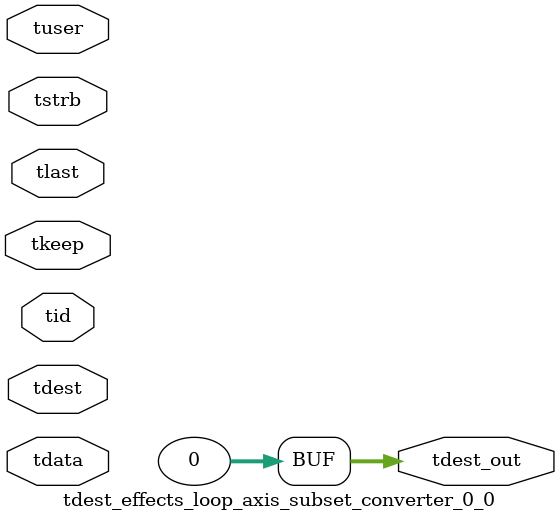
<source format=v>


`timescale 1ps/1ps

module tdest_effects_loop_axis_subset_converter_0_0 #
(
parameter C_S_AXIS_TDATA_WIDTH = 32,
parameter C_S_AXIS_TUSER_WIDTH = 0,
parameter C_S_AXIS_TID_WIDTH   = 0,
parameter C_S_AXIS_TDEST_WIDTH = 0,
parameter C_M_AXIS_TDEST_WIDTH = 32
)
(
input  [(C_S_AXIS_TDATA_WIDTH == 0 ? 1 : C_S_AXIS_TDATA_WIDTH)-1:0     ] tdata,
input  [(C_S_AXIS_TUSER_WIDTH == 0 ? 1 : C_S_AXIS_TUSER_WIDTH)-1:0     ] tuser,
input  [(C_S_AXIS_TID_WIDTH   == 0 ? 1 : C_S_AXIS_TID_WIDTH)-1:0       ] tid,
input  [(C_S_AXIS_TDEST_WIDTH == 0 ? 1 : C_S_AXIS_TDEST_WIDTH)-1:0     ] tdest,
input  [(C_S_AXIS_TDATA_WIDTH/8)-1:0 ] tkeep,
input  [(C_S_AXIS_TDATA_WIDTH/8)-1:0 ] tstrb,
input                                                                    tlast,
output [C_M_AXIS_TDEST_WIDTH-1:0] tdest_out
);

assign tdest_out = {1'b0};

endmodule


</source>
